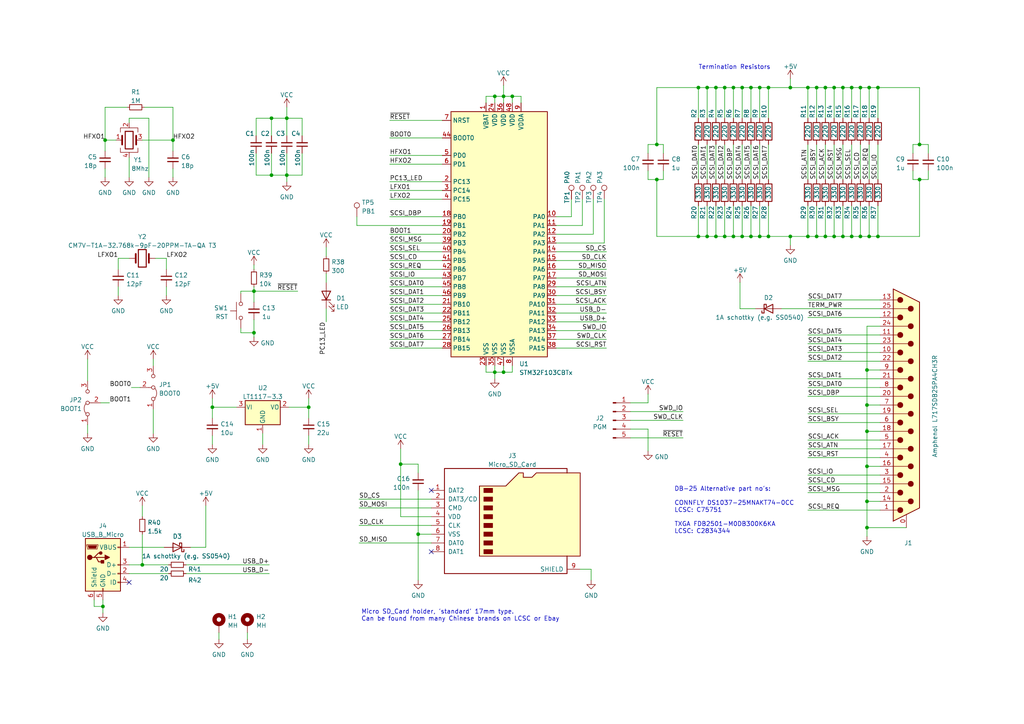
<source format=kicad_sch>
(kicad_sch (version 20211123) (generator eeschema)
  (paper "A4")
  (junction (at 143.51 27.94))
  (junction (at 190.5 52.07))
  (junction (at 73.66 84.455))
  (junction (at 78.74 34.29))
  (junction (at 210.185 68.58))
  (junction (at 244.475 25.4))
  (junction (at 252.095 68.58))
  (junction (at 247.015 68.58))
  (junction (at 146.05 27.94))
  (junction (at 234.315 68.58))
  (junction (at 205.105 68.58))
  (junction (at 251.46 107.315))
  (junction (at 251.46 153.035))
  (junction (at 266.7 41.91))
  (junction (at 254.635 68.58))
  (junction (at 234.315 25.4))
  (junction (at 89.535 118.11))
  (junction (at 236.855 25.4))
  (junction (at 83.185 50.8))
  (junction (at 41.275 163.83))
  (junction (at 29.845 175.895))
  (junction (at 229.235 68.58))
  (junction (at 73.66 96.52))
  (junction (at 207.645 25.4))
  (junction (at 251.46 145.415))
  (junction (at 78.74 50.8))
  (junction (at 121.285 154.94))
  (junction (at 220.345 68.58))
  (junction (at 202.565 68.58))
  (junction (at 50.165 40.64))
  (junction (at 251.46 135.255))
  (junction (at 241.935 68.58))
  (junction (at 236.855 68.58))
  (junction (at 83.185 34.29))
  (junction (at 215.265 68.58))
  (junction (at 212.725 68.58))
  (junction (at 239.395 25.4))
  (junction (at 239.395 68.58))
  (junction (at 251.46 125.095))
  (junction (at 61.595 118.11))
  (junction (at 249.555 25.4))
  (junction (at 229.235 25.4))
  (junction (at 241.935 25.4))
  (junction (at 146.05 107.95))
  (junction (at 222.885 25.4))
  (junction (at 244.475 68.58))
  (junction (at 217.805 25.4))
  (junction (at 210.185 25.4))
  (junction (at 148.59 27.94))
  (junction (at 215.265 25.4))
  (junction (at 222.885 68.58))
  (junction (at 212.725 25.4))
  (junction (at 217.805 68.58))
  (junction (at 116.205 134.62))
  (junction (at 202.565 25.4))
  (junction (at 249.555 68.58))
  (junction (at 143.51 107.95))
  (junction (at 220.345 25.4))
  (junction (at 252.095 25.4))
  (junction (at 207.645 68.58))
  (junction (at 30.48 40.64))
  (junction (at 190.5 41.91))
  (junction (at 251.46 117.475))
  (junction (at 266.7 52.07))
  (junction (at 205.105 25.4))
  (junction (at 254.635 25.4))
  (junction (at 247.015 25.4))
  (no_connect (at 125.095 142.24))
  (no_connect (at 125.095 160.02))
  (no_connect (at 37.465 168.91))
  (wire (pts (xy 251.46 153.035) (xy 251.46 145.415)))
  (wire (pts (xy 264.795 52.07) (xy 264.795 49.53)))
  (wire (pts (xy 182.88 124.46) (xy 187.96 124.46)))
  (wire (pts (xy 187.96 44.45) (xy 187.96 41.91)))
  (wire (pts (xy 128.27 95.885) (xy 113.03 95.885)))
  (wire (pts (xy 73.66 84.455) (xy 69.85 84.455)))
  (wire (pts (xy 251.46 125.095) (xy 251.46 135.255)))
  (wire (pts (xy 171.45 165.1) (xy 168.275 165.1)))
  (wire (pts (xy 25.4 123.19) (xy 25.4 125.73)))
  (wire (pts (xy 148.59 27.94) (xy 146.05 27.94)))
  (wire (pts (xy 121.285 154.94) (xy 121.285 168.275)))
  (wire (pts (xy 251.46 135.255) (xy 251.46 145.415)))
  (wire (pts (xy 50.165 31.115) (xy 50.165 40.64)))
  (wire (pts (xy 61.595 115.57) (xy 61.595 118.11)))
  (wire (pts (xy 249.555 68.58) (xy 249.555 59.69)))
  (wire (pts (xy 73.66 83.185) (xy 73.66 84.455)))
  (wire (pts (xy 89.535 118.11) (xy 89.535 121.285)))
  (wire (pts (xy 87.63 34.29) (xy 87.63 39.37)))
  (wire (pts (xy 244.475 68.58) (xy 247.015 68.58)))
  (wire (pts (xy 222.885 68.58) (xy 229.235 68.58)))
  (wire (pts (xy 244.475 25.4) (xy 244.475 34.29)))
  (wire (pts (xy 161.29 62.865) (xy 165.735 62.865)))
  (wire (pts (xy 255.27 117.475) (xy 251.46 117.475)))
  (wire (pts (xy 236.855 68.58) (xy 236.855 59.69)))
  (wire (pts (xy 241.935 25.4) (xy 244.475 25.4)))
  (wire (pts (xy 41.275 163.83) (xy 41.275 154.94)))
  (wire (pts (xy 249.555 41.91) (xy 249.555 52.07)))
  (wire (pts (xy 212.725 68.58) (xy 212.725 59.69)))
  (wire (pts (xy 83.185 50.8) (xy 83.185 52.705)))
  (wire (pts (xy 61.595 118.11) (xy 68.58 118.11)))
  (wire (pts (xy 128.27 90.805) (xy 113.03 90.805)))
  (wire (pts (xy 255.27 109.855) (xy 234.315 109.855)))
  (wire (pts (xy 252.095 68.58) (xy 254.635 68.58)))
  (wire (pts (xy 94.615 71.755) (xy 94.615 74.295)))
  (wire (pts (xy 210.185 68.58) (xy 210.185 59.69)))
  (wire (pts (xy 255.27 142.875) (xy 234.315 142.875)))
  (wire (pts (xy 113.03 57.785) (xy 128.27 57.785)))
  (wire (pts (xy 205.105 68.58) (xy 205.105 59.69)))
  (wire (pts (xy 161.29 67.945) (xy 172.085 67.945)))
  (wire (pts (xy 202.565 25.4) (xy 202.565 34.29)))
  (wire (pts (xy 266.7 68.58) (xy 254.635 68.58)))
  (wire (pts (xy 249.555 25.4) (xy 249.555 34.29)))
  (wire (pts (xy 175.26 70.485) (xy 175.26 57.785)))
  (wire (pts (xy 244.475 25.4) (xy 247.015 25.4)))
  (wire (pts (xy 161.29 73.025) (xy 175.895 73.025)))
  (wire (pts (xy 128.27 75.565) (xy 113.03 75.565)))
  (wire (pts (xy 41.275 40.64) (xy 50.165 40.64)))
  (wire (pts (xy 229.235 25.4) (xy 234.315 25.4)))
  (wire (pts (xy 140.97 107.95) (xy 143.51 107.95)))
  (wire (pts (xy 161.29 75.565) (xy 175.895 75.565)))
  (wire (pts (xy 83.185 34.29) (xy 87.63 34.29)))
  (wire (pts (xy 74.295 34.29) (xy 78.74 34.29)))
  (wire (pts (xy 37.465 163.83) (xy 41.275 163.83)))
  (wire (pts (xy 255.27 97.155) (xy 234.315 97.155)))
  (wire (pts (xy 239.395 25.4) (xy 241.935 25.4)))
  (wire (pts (xy 266.7 52.07) (xy 266.7 68.58)))
  (wire (pts (xy 73.66 76.835) (xy 73.66 78.105)))
  (wire (pts (xy 192.405 52.07) (xy 192.405 49.53)))
  (wire (pts (xy 128.27 93.345) (xy 113.03 93.345)))
  (wire (pts (xy 44.45 104.14) (xy 44.45 106.045)))
  (wire (pts (xy 239.395 68.58) (xy 239.395 59.69)))
  (wire (pts (xy 212.725 68.58) (xy 215.265 68.58)))
  (wire (pts (xy 210.185 25.4) (xy 210.185 34.29)))
  (wire (pts (xy 212.725 41.91) (xy 212.725 52.07)))
  (wire (pts (xy 128.27 73.025) (xy 113.03 73.025)))
  (wire (pts (xy 161.29 98.425) (xy 175.895 98.425)))
  (wire (pts (xy 61.595 126.365) (xy 61.595 128.905)))
  (wire (pts (xy 234.315 25.4) (xy 234.315 34.29)))
  (wire (pts (xy 73.66 96.52) (xy 73.66 97.79)))
  (wire (pts (xy 210.185 25.4) (xy 212.725 25.4)))
  (wire (pts (xy 190.5 68.58) (xy 202.565 68.58)))
  (wire (pts (xy 113.03 52.705) (xy 128.27 52.705)))
  (wire (pts (xy 202.565 41.91) (xy 202.565 52.07)))
  (wire (pts (xy 252.095 25.4) (xy 254.635 25.4)))
  (wire (pts (xy 220.345 25.4) (xy 222.885 25.4)))
  (wire (pts (xy 255.27 135.255) (xy 251.46 135.255)))
  (wire (pts (xy 264.795 41.91) (xy 264.795 44.45)))
  (wire (pts (xy 190.5 52.07) (xy 190.5 68.58)))
  (wire (pts (xy 146.05 107.95) (xy 148.59 107.95)))
  (wire (pts (xy 151.13 29.845) (xy 151.13 27.94)))
  (wire (pts (xy 121.285 137.16) (xy 121.285 134.62)))
  (wire (pts (xy 76.2 125.73) (xy 76.2 128.905)))
  (wire (pts (xy 27.305 173.99) (xy 27.305 175.895)))
  (wire (pts (xy 207.645 25.4) (xy 210.185 25.4)))
  (wire (pts (xy 104.14 152.4) (xy 125.095 152.4)))
  (wire (pts (xy 78.74 34.29) (xy 78.74 39.37)))
  (wire (pts (xy 217.805 68.58) (xy 220.345 68.58)))
  (wire (pts (xy 78.74 44.45) (xy 78.74 50.8)))
  (wire (pts (xy 113.03 45.085) (xy 128.27 45.085)))
  (wire (pts (xy 146.05 107.95) (xy 146.05 106.045)))
  (wire (pts (xy 255.27 132.715) (xy 234.315 132.715)))
  (wire (pts (xy 255.27 130.175) (xy 234.315 130.175)))
  (wire (pts (xy 254.635 41.91) (xy 254.635 52.07)))
  (wire (pts (xy 212.725 25.4) (xy 212.725 34.29)))
  (wire (pts (xy 220.345 68.58) (xy 222.885 68.58)))
  (wire (pts (xy 89.535 118.11) (xy 89.535 115.57)))
  (wire (pts (xy 104.14 144.78) (xy 125.095 144.78)))
  (wire (pts (xy 121.285 134.62) (xy 116.205 134.62)))
  (wire (pts (xy 71.755 183.515) (xy 71.755 185.42)))
  (wire (pts (xy 74.295 39.37) (xy 74.295 34.29)))
  (wire (pts (xy 27.305 175.895) (xy 29.845 175.895)))
  (wire (pts (xy 83.82 118.11) (xy 89.535 118.11)))
  (wire (pts (xy 215.265 25.4) (xy 215.265 34.29)))
  (wire (pts (xy 55.245 158.75) (xy 59.69 158.75)))
  (wire (pts (xy 187.96 52.07) (xy 190.5 52.07)))
  (wire (pts (xy 244.475 41.91) (xy 244.475 52.07)))
  (wire (pts (xy 37.465 35.56) (xy 37.465 34.29)))
  (wire (pts (xy 269.24 41.91) (xy 266.7 41.91)))
  (wire (pts (xy 148.59 27.94) (xy 148.59 29.845)))
  (wire (pts (xy 182.88 121.92) (xy 198.12 121.92)))
  (wire (pts (xy 83.185 34.29) (xy 83.185 39.37)))
  (wire (pts (xy 255.27 104.775) (xy 234.315 104.775)))
  (wire (pts (xy 161.29 80.645) (xy 175.895 80.645)))
  (wire (pts (xy 103.505 65.405) (xy 103.505 62.865)))
  (wire (pts (xy 255.27 147.955) (xy 234.315 147.955)))
  (wire (pts (xy 113.03 55.245) (xy 128.27 55.245)))
  (wire (pts (xy 251.46 117.475) (xy 251.46 125.095)))
  (wire (pts (xy 128.27 62.865) (xy 113.03 62.865)))
  (wire (pts (xy 146.05 27.94) (xy 146.05 29.845)))
  (wire (pts (xy 146.05 24.765) (xy 146.05 27.94)))
  (wire (pts (xy 215.265 41.91) (xy 215.265 52.07)))
  (wire (pts (xy 190.5 25.4) (xy 202.565 25.4)))
  (wire (pts (xy 217.805 25.4) (xy 217.805 34.29)))
  (wire (pts (xy 172.085 67.945) (xy 172.085 57.785)))
  (wire (pts (xy 161.29 95.885) (xy 175.895 95.885)))
  (wire (pts (xy 30.48 48.895) (xy 30.48 51.435)))
  (wire (pts (xy 44.45 118.745) (xy 44.45 125.73)))
  (wire (pts (xy 161.29 93.345) (xy 175.895 93.345)))
  (wire (pts (xy 239.395 68.58) (xy 241.935 68.58)))
  (wire (pts (xy 37.465 34.29) (xy 43.18 34.29)))
  (wire (pts (xy 215.265 25.4) (xy 217.805 25.4)))
  (wire (pts (xy 222.885 41.91) (xy 222.885 52.07)))
  (wire (pts (xy 87.63 50.8) (xy 87.63 44.45)))
  (wire (pts (xy 215.265 68.58) (xy 215.265 59.69)))
  (wire (pts (xy 182.88 119.38) (xy 198.12 119.38)))
  (wire (pts (xy 247.015 68.58) (xy 247.015 59.69)))
  (wire (pts (xy 182.88 127) (xy 198.12 127)))
  (wire (pts (xy 255.27 92.075) (xy 234.315 92.075)))
  (wire (pts (xy 143.51 107.95) (xy 146.05 107.95)))
  (wire (pts (xy 255.27 112.395) (xy 234.315 112.395)))
  (wire (pts (xy 236.855 25.4) (xy 239.395 25.4)))
  (wire (pts (xy 53.975 166.37) (xy 78.105 166.37)))
  (wire (pts (xy 217.805 68.58) (xy 217.805 59.69)))
  (wire (pts (xy 128.27 85.725) (xy 113.03 85.725)))
  (wire (pts (xy 266.7 25.4) (xy 254.635 25.4)))
  (wire (pts (xy 251.46 94.615) (xy 251.46 107.315)))
  (wire (pts (xy 140.97 106.045) (xy 140.97 107.95)))
  (wire (pts (xy 161.29 83.185) (xy 175.895 83.185)))
  (wire (pts (xy 41.275 149.86) (xy 41.275 146.685)))
  (wire (pts (xy 69.85 95.25) (xy 69.85 96.52)))
  (wire (pts (xy 161.29 70.485) (xy 175.26 70.485)))
  (wire (pts (xy 190.5 41.91) (xy 190.5 25.4)))
  (wire (pts (xy 222.885 68.58) (xy 222.885 59.69)))
  (wire (pts (xy 59.69 146.685) (xy 59.69 158.75)))
  (wire (pts (xy 63.5 183.515) (xy 63.5 185.42)))
  (wire (pts (xy 143.51 27.94) (xy 140.97 27.94)))
  (wire (pts (xy 241.935 68.58) (xy 244.475 68.58)))
  (wire (pts (xy 78.74 50.8) (xy 83.185 50.8)))
  (wire (pts (xy 234.315 68.58) (xy 234.315 59.69)))
  (wire (pts (xy 217.805 41.91) (xy 217.805 52.07)))
  (wire (pts (xy 255.27 114.935) (xy 234.315 114.935)))
  (wire (pts (xy 239.395 25.4) (xy 239.395 34.29)))
  (wire (pts (xy 128.27 98.425) (xy 113.03 98.425)))
  (wire (pts (xy 161.29 90.805) (xy 175.895 90.805)))
  (wire (pts (xy 94.615 79.375) (xy 94.615 81.915)))
  (wire (pts (xy 187.96 41.91) (xy 190.5 41.91)))
  (wire (pts (xy 161.29 65.405) (xy 168.91 65.405)))
  (wire (pts (xy 255.27 127.635) (xy 234.315 127.635)))
  (wire (pts (xy 113.03 67.945) (xy 128.27 67.945)))
  (wire (pts (xy 83.185 31.115) (xy 83.185 34.29)))
  (wire (pts (xy 151.13 27.94) (xy 148.59 27.94)))
  (wire (pts (xy 251.46 107.315) (xy 251.46 117.475)))
  (wire (pts (xy 48.26 74.93) (xy 48.26 78.105)))
  (wire (pts (xy 128.27 70.485) (xy 113.03 70.485)))
  (wire (pts (xy 116.205 134.62) (xy 116.205 149.86)))
  (wire (pts (xy 255.27 99.695) (xy 234.315 99.695)))
  (wire (pts (xy 234.315 25.4) (xy 236.855 25.4)))
  (wire (pts (xy 143.51 107.95) (xy 143.51 109.855)))
  (wire (pts (xy 247.015 68.58) (xy 249.555 68.58)))
  (wire (pts (xy 251.46 153.035) (xy 251.46 155.575)))
  (wire (pts (xy 214.63 81.915) (xy 214.63 89.535)))
  (wire (pts (xy 94.615 89.535) (xy 94.615 93.345)))
  (wire (pts (xy 255.27 145.415) (xy 251.46 145.415)))
  (wire (pts (xy 29.845 175.895) (xy 29.845 177.8)))
  (wire (pts (xy 229.235 68.58) (xy 229.235 71.12)))
  (wire (pts (xy 234.315 41.91) (xy 234.315 52.07)))
  (wire (pts (xy 266.7 52.07) (xy 264.795 52.07)))
  (wire (pts (xy 187.96 49.53) (xy 187.96 52.07)))
  (wire (pts (xy 113.03 40.005) (xy 128.27 40.005)))
  (wire (pts (xy 249.555 68.58) (xy 252.095 68.58)))
  (wire (pts (xy 187.96 116.84) (xy 187.96 114.3)))
  (wire (pts (xy 34.29 74.93) (xy 34.29 78.105)))
  (wire (pts (xy 269.24 52.07) (xy 266.7 52.07)))
  (wire (pts (xy 116.205 130.175) (xy 116.205 134.62)))
  (wire (pts (xy 143.51 27.94) (xy 143.51 29.845)))
  (wire (pts (xy 165.735 62.865) (xy 165.735 57.785)))
  (wire (pts (xy 125.095 149.86) (xy 116.205 149.86)))
  (wire (pts (xy 249.555 25.4) (xy 252.095 25.4)))
  (wire (pts (xy 247.015 41.91) (xy 247.015 52.07)))
  (wire (pts (xy 212.725 25.4) (xy 215.265 25.4)))
  (wire (pts (xy 73.66 87.63) (xy 73.66 84.455)))
  (wire (pts (xy 266.7 41.91) (xy 264.795 41.91)))
  (wire (pts (xy 236.855 68.58) (xy 239.395 68.58)))
  (wire (pts (xy 37.465 166.37) (xy 48.895 166.37)))
  (wire (pts (xy 215.265 68.58) (xy 217.805 68.58)))
  (wire (pts (xy 73.66 84.455) (xy 86.36 84.455)))
  (wire (pts (xy 61.595 118.11) (xy 61.595 121.285)))
  (wire (pts (xy 205.105 25.4) (xy 207.645 25.4)))
  (wire (pts (xy 148.59 107.95) (xy 148.59 106.045)))
  (wire (pts (xy 219.075 89.535) (xy 214.63 89.535)))
  (wire (pts (xy 241.935 68.58) (xy 241.935 59.69)))
  (wire (pts (xy 220.345 41.91) (xy 220.345 52.07)))
  (wire (pts (xy 255.27 86.995) (xy 234.315 86.995)))
  (wire (pts (xy 202.565 25.4) (xy 205.105 25.4)))
  (wire (pts (xy 241.935 41.91) (xy 241.935 52.07)))
  (wire (pts (xy 33.655 40.64) (xy 30.48 40.64)))
  (wire (pts (xy 48.26 83.185) (xy 48.26 85.725)))
  (wire (pts (xy 36.83 31.115) (xy 30.48 31.115)))
  (wire (pts (xy 247.015 25.4) (xy 249.555 25.4)))
  (wire (pts (xy 207.645 41.91) (xy 207.645 52.07)))
  (wire (pts (xy 236.855 25.4) (xy 236.855 34.29)))
  (wire (pts (xy 89.535 126.365) (xy 89.535 128.905)))
  (wire (pts (xy 205.105 68.58) (xy 207.645 68.58)))
  (wire (pts (xy 30.48 31.115) (xy 30.48 40.64)))
  (wire (pts (xy 207.645 25.4) (xy 207.645 34.29)))
  (wire (pts (xy 220.345 68.58) (xy 220.345 59.69)))
  (wire (pts (xy 190.5 52.07) (xy 192.405 52.07)))
  (wire (pts (xy 161.29 100.965) (xy 175.895 100.965)))
  (wire (pts (xy 222.885 25.4) (xy 222.885 34.29)))
  (wire (pts (xy 252.095 41.91) (xy 252.095 52.07)))
  (wire (pts (xy 241.935 25.4) (xy 241.935 34.29)))
  (wire (pts (xy 128.27 88.265) (xy 113.03 88.265)))
  (wire (pts (xy 255.27 140.335) (xy 234.315 140.335)))
  (wire (pts (xy 29.21 116.84) (xy 31.75 116.84)))
  (wire (pts (xy 252.095 25.4) (xy 252.095 34.29)))
  (wire (pts (xy 128.27 78.105) (xy 113.03 78.105)))
  (wire (pts (xy 205.105 25.4) (xy 205.105 34.29)))
  (wire (pts (xy 125.095 154.94) (xy 121.285 154.94)))
  (wire (pts (xy 50.165 40.64) (xy 50.165 43.815)))
  (wire (pts (xy 255.27 125.095) (xy 251.46 125.095)))
  (wire (pts (xy 217.805 25.4) (xy 220.345 25.4)))
  (wire (pts (xy 269.24 44.45) (xy 269.24 41.91)))
  (wire (pts (xy 192.405 41.91) (xy 192.405 44.45)))
  (wire (pts (xy 255.27 94.615) (xy 251.46 94.615)))
  (wire (pts (xy 266.7 41.91) (xy 266.7 25.4)))
  (wire (pts (xy 41.275 163.83) (xy 48.895 163.83)))
  (wire (pts (xy 30.48 40.64) (xy 30.48 43.815)))
  (wire (pts (xy 229.235 22.86) (xy 229.235 25.4)))
  (wire (pts (xy 207.645 68.58) (xy 210.185 68.58)))
  (wire (pts (xy 83.185 44.45) (xy 83.185 50.8)))
  (wire (pts (xy 73.66 92.71) (xy 73.66 96.52)))
  (wire (pts (xy 161.29 78.105) (xy 175.895 78.105)))
  (wire (pts (xy 207.645 68.58) (xy 207.645 59.69)))
  (wire (pts (xy 252.095 68.58) (xy 252.095 59.69)))
  (wire (pts (xy 104.14 157.48) (xy 125.095 157.48)))
  (wire (pts (xy 29.845 173.99) (xy 29.845 175.895)))
  (wire (pts (xy 37.465 158.75) (xy 47.625 158.75)))
  (wire (pts (xy 45.085 74.93) (xy 48.26 74.93)))
  (wire (pts (xy 161.29 88.265) (xy 175.895 88.265)))
  (wire (pts (xy 161.29 85.725) (xy 175.895 85.725)))
  (wire (pts (xy 53.975 163.83) (xy 78.105 163.83)))
  (wire (pts (xy 38.1 112.395) (xy 40.64 112.395)))
  (wire (pts (xy 74.295 44.45) (xy 74.295 50.8)))
  (wire (pts (xy 255.27 137.795) (xy 234.315 137.795)))
  (wire (pts (xy 255.27 122.555) (xy 234.315 122.555)))
  (wire (pts (xy 113.03 47.625) (xy 128.27 47.625)))
  (wire (pts (xy 262.89 153.035) (xy 251.46 153.035)))
  (wire (pts (xy 244.475 68.58) (xy 244.475 59.69)))
  (wire (pts (xy 121.285 142.24) (xy 121.285 154.94)))
  (wire (pts (xy 140.97 27.94) (xy 140.97 29.845)))
  (wire (pts (xy 37.465 74.93) (xy 34.29 74.93)))
  (wire (pts (xy 210.185 68.58) (xy 212.725 68.58)))
  (wire (pts (xy 205.105 41.91) (xy 205.105 52.07)))
  (wire (pts (xy 128.27 80.645) (xy 113.03 80.645)))
  (wire (pts (xy 254.635 68.58) (xy 254.635 59.69)))
  (wire (pts (xy 69.85 84.455) (xy 69.85 85.09)))
  (wire (pts (xy 128.27 100.965) (xy 113.03 100.965)))
  (wire (pts (xy 69.85 96.52) (xy 73.66 96.52)))
  (wire (pts (xy 78.74 34.29) (xy 83.185 34.29)))
  (wire (pts (xy 171.45 168.275) (xy 171.45 165.1)))
  (wire (pts (xy 255.27 120.015) (xy 234.315 120.015)))
  (wire (pts (xy 128.27 83.185) (xy 113.03 83.185)))
  (wire (pts (xy 103.505 65.405) (xy 128.27 65.405)))
  (wire (pts (xy 168.91 65.405) (xy 168.91 57.785)))
  (wire (pts (xy 34.29 83.185) (xy 34.29 85.725)))
  (wire (pts (xy 74.295 50.8) (xy 78.74 50.8)))
  (wire (pts (xy 146.05 27.94) (xy 143.51 27.94)))
  (wire (pts (xy 234.315 68.58) (xy 236.855 68.58)))
  (wire (pts (xy 255.27 89.535) (xy 226.695 89.535)))
  (wire (pts (xy 113.03 34.925) (xy 128.27 34.925)))
  (wire (pts (xy 190.5 41.91) (xy 192.405 41.91)))
  (wire (pts (xy 25.4 104.14) (xy 25.4 110.49)))
  (wire (pts (xy 43.18 34.29) (xy 43.18 51.435)))
  (wire (pts (xy 222.885 25.4) (xy 229.235 25.4)))
  (wire (pts (xy 50.165 48.895) (xy 50.165 51.435)))
  (wire (pts (xy 182.88 116.84) (xy 187.96 116.84)))
  (wire (pts (xy 239.395 41.91) (xy 239.395 52.07)))
  (wire (pts (xy 202.565 68.58) (xy 202.565 59.69)))
  (wire (pts (xy 254.635 25.4) (xy 254.635 34.29)))
  (wire (pts (xy 41.91 31.115) (xy 50.165 31.115)))
  (wire (pts (xy 104.14 147.32) (xy 125.095 147.32)))
  (wire (pts (xy 229.235 68.58) (xy 234.315 68.58)))
  (wire (pts (xy 37.465 45.72) (xy 37.465 51.435)))
  (wire (pts (xy 255.27 102.235) (xy 234.315 102.235)))
  (wire (pts (xy 143.51 106.045) (xy 143.51 107.95)))
  (wire (pts (xy 247.015 25.4) (xy 247.015 34.29)))
  (wire (pts (xy 202.565 68.58) (xy 205.105 68.58)))
  (wire (pts (xy 83.185 50.8) (xy 87.63 50.8)))
  (wire (pts (xy 210.185 41.91) (xy 210.185 52.07)))
  (wire (pts (xy 236.855 41.91) (xy 236.855 52.07)))
  (wire (pts (xy 269.24 49.53) (xy 269.24 52.07)))
  (wire (pts (xy 255.27 107.315) (xy 251.46 107.315)))
  (wire (pts (xy 187.96 124.46) (xy 187.96 130.81)))
  (wire (pts (xy 220.345 25.4) (xy 220.345 34.29)))
  (text "DB-25 Alternative part no's:\n\nCONNFLY DS1037-25MNAKT74-0CC\nLCSC: C75751\n\nTXGA FDB2501-M0DB300K6KA\nLCSC: C2834344" (at 195.58 154.94 0) (effects (font (size 1.27 1.27)) (justify left bottom)))
  (text "Micro SD_Card holder, 'standard' 17mm type.\nCan be found from many Chinese brands on LCSC or Ebay" (at 104.775 180.34 0) (effects (font (size 1.27 1.27)) (justify left bottom)))
  (text "Termination Resistors" (at 202.565 20.32 0) (effects (font (size 1.27 1.27)) (justify left bottom)))
  (label "SCSI_ACK" (at 239.395 52.07 90))
  (label "SWD_IO" (at 198.12 119.38 180))
  (label "PC13_LED" (at 113.03 52.705 0))
  (label "SCSI_ACK" (at 175.895 88.265 180))
  (label "SCSI_DAT2" (at 210.185 52.07 90))
  (label "SCSI_RST" (at 175.895 100.965 180))
  (label "SCSI_MSG" (at 234.315 142.875 0))
  (label "SCSI_BSY" (at 234.315 122.555 0))
  (label "SCSI_ACK" (at 234.315 127.635 0))
  (label "SWD_CLK" (at 175.895 98.425 180))
  (label "SCSI_DAT0" (at 113.03 83.185 0))
  (label "SCSI_DAT2" (at 234.315 104.775 0))
  (label "SCSI_RST" (at 234.315 132.715 0))
  (label "SCSI_DAT7" (at 234.315 86.995 0))
  (label "SCSI_DAT1" (at 113.03 85.725 0))
  (label "SCSI_ATN" (at 175.895 83.185 180))
  (label "SCSI_DBP" (at 113.03 62.865 0))
  (label "USB_D+" (at 78.105 163.83 180))
  (label "~{RESET}" (at 198.12 127 180))
  (label "SCSI_SEL" (at 234.315 120.015 0))
  (label "SD_MISO" (at 175.895 78.105 180))
  (label "SCSI_DAT2" (at 113.03 88.265 0))
  (label "SCSI_REQ" (at 234.315 147.955 0))
  (label "SCSI_DAT1" (at 205.105 52.07 90))
  (label "BOOT0" (at 113.03 40.005 0))
  (label "SCSI_DAT5" (at 217.805 52.07 90))
  (label "SCSI_SEL" (at 113.03 73.025 0))
  (label "SCSI_CD" (at 249.555 52.07 90))
  (label "SCSI_DAT3" (at 234.315 102.235 0))
  (label "SCSI_CD" (at 234.315 140.335 0))
  (label "BOOT1" (at 31.75 116.84 0))
  (label "SCSI_REQ" (at 252.095 52.07 90))
  (label "SCSI_DAT4" (at 234.315 99.695 0))
  (label "SCSI_DAT0" (at 234.315 112.395 0))
  (label "HFXO2" (at 113.03 47.625 0))
  (label "SCSI_MSG" (at 113.03 70.485 0))
  (label "SD_MOSI" (at 104.14 147.32 0))
  (label "SCSI_DAT5" (at 234.315 97.155 0))
  (label "TERM_PWR" (at 234.315 89.535 0))
  (label "SCSI_DAT5" (at 113.03 95.885 0))
  (label "SCSI_DAT1" (at 234.315 109.855 0))
  (label "SCSI_DAT3" (at 207.645 52.07 90))
  (label "BOOT0" (at 38.1 112.395 180))
  (label "SCSI_DAT4" (at 113.03 93.345 0))
  (label "SD_CS" (at 104.14 144.78 0))
  (label "SCSI_RST" (at 241.935 52.07 90))
  (label "SCSI_REQ" (at 113.03 78.105 0))
  (label "SCSI_CD" (at 113.03 75.565 0))
  (label "USB_D-" (at 175.895 90.805 180))
  (label "USB_D-" (at 78.105 166.37 180))
  (label "LFXO1" (at 34.29 74.93 180))
  (label "SCSI_DAT6" (at 113.03 98.425 0))
  (label "SCSI_SEL" (at 247.015 52.07 90))
  (label "SCSI_IO" (at 254.635 52.07 90))
  (label "SD_MISO" (at 104.14 157.48 0))
  (label "SD_CS" (at 175.895 73.025 180))
  (label "SWD_IO" (at 175.895 95.885 180))
  (label "USB_D+" (at 175.895 93.345 180))
  (label "SCSI_DAT4" (at 215.265 52.07 90))
  (label "SCSI_DAT6" (at 234.315 92.075 0))
  (label "SCSI_IO" (at 113.03 80.645 0))
  (label "SCSI_ATN" (at 234.315 52.07 90))
  (label "SD_MOSI" (at 175.895 80.645 180))
  (label "LFXO2" (at 113.03 57.785 0))
  (label "HFXO1" (at 113.03 45.085 0))
  (label "~{RESET}" (at 86.36 84.455 180))
  (label "BOOT1" (at 113.03 67.945 0))
  (label "SCSI_IO" (at 234.315 137.795 0))
  (label "SCSI_DBP" (at 212.725 52.07 90))
  (label "SCSI_BSY" (at 175.895 85.725 180))
  (label "SD_CLK" (at 104.14 152.4 0))
  (label "SCSI_DAT0" (at 202.565 52.07 90))
  (label "SCSI_DAT3" (at 113.03 90.805 0))
  (label "SCSI_DBP" (at 234.315 114.935 0))
  (label "SCSI_BSY" (at 236.855 52.07 90))
  (label "SCSI_MSG" (at 244.475 52.07 90))
  (label "LFXO1" (at 113.03 55.245 0))
  (label "~{RESET}" (at 113.03 34.925 0))
  (label "SCSI_DAT7" (at 222.885 52.07 90))
  (label "SCSI_DAT6" (at 220.345 52.07 90))
  (label "HFXO2" (at 50.165 40.64 0))
  (label "SCSI_DAT7" (at 113.03 100.965 0))
  (label "SCSI_ATN" (at 234.315 130.175 0))
  (label "PC13_LED" (at 94.615 93.345 270))
  (label "LFXO2" (at 48.26 74.93 0))
  (label "HFXO1" (at 30.48 40.64 180))
  (label "SWD_CLK" (at 198.12 121.92 180))
  (label "SD_CLK" (at 175.895 75.565 180))
  (symbol (lib_id "Device:R") (at 215.265 38.1 0) (unit 1)
    (property "Reference" "R7" (at 213.995 34.29 90) (effects (justify left)))
    (property "Value" "220" (at 215.265 38.1 90))
    (property "Footprint" "Resistor_SMD:R_0603_1608Metric" (effects hide))
  )
  (symbol (lib_id "Jumper:Jumper_3_Bridged12") (at 25.4 116.84 90) (unit 1)
    (property "Reference" "JP2" (at 23.7739 116.0053 90) (effects (justify left)))
    (property "Value" "BOOT1" (at 23.7739 118.5422 90) (effects (justify left)))
    (property "Footprint" "Jumper:SolderJumper-3_P1.3mm_Bridged12_Pad1.0x1.5mm" (effects hide))
  )
  (symbol (lib_id "power:GND") (at 229.235 71.12 0) (unit 1)
    (property "Reference" "#PWR09" (effects hide))
    (property "Value" "GND" (at 229.235 75.5634 0))
  )
  (symbol (lib_id "Device:C_Small") (at 74.295 41.91 180) (unit 1)
    (property "Reference" "C1" (at 71.12 38.735 0) (effects (justify right)))
    (property "Value" "100n" (at 73.025 48.26 90) (effects (justify right)))
    (property "Footprint" "Capacitor_SMD:C_0603_1608Metric" (effects hide))
  )
  (symbol (lib_id "Device:R") (at 239.395 55.88 0) (mirror x) (unit 1)
    (property "Reference" "R31" (at 238.125 59.69 90) (effects (justify left)))
    (property "Value" "330" (at 239.395 55.88 90))
    (property "Footprint" "Resistor_SMD:R_0603_1608Metric" (effects hide))
  )
  (symbol (lib_id "Device:R") (at 234.315 55.88 0) (mirror x) (unit 1)
    (property "Reference" "R29" (at 233.045 59.69 90) (effects (justify left)))
    (property "Value" "330" (at 234.315 55.88 90))
    (property "Footprint" "Resistor_SMD:R_0603_1608Metric" (effects hide))
  )
  (symbol (lib_id "Device:R_Small") (at 39.37 31.115 90) (unit 1)
    (property "Reference" "R1" (at 39.37 26.6786 90))
    (property "Value" "1M" (at 39.37 29.2155 90))
    (property "Footprint" "Resistor_SMD:R_0603_1608Metric" (effects hide))
  )
  (symbol (lib_id "Connector:Conn_01x05_Male") (at 177.8 121.92 0) (unit 1)
    (property "Reference" "J2" (at 173.99 121.285 0))
    (property "Value" "PGM" (at 173.99 123.825 0))
    (property "Footprint" "Connector_PinHeader_2.54mm:PinHeader_1x05_P2.54mm_Vertical" (effects hide))
  )
  (symbol (lib_id "Mechanical:MountingHole_Pad") (at 71.755 180.975 0) (unit 1)
    (property "Reference" "H2" (at 74.295 178.8703 0) (effects (justify left)))
    (property "Value" "MH" (at 74.295 181.4072 0) (effects (justify left)))
    (property "Footprint" "MountingHole:MountingHole_2.7mm_M2.5_ISO14580_Pad" (effects hide))
  )
  (symbol (lib_id "power:GND") (at 43.18 51.435 0) (unit 1)
    (property "Reference" "#PWR06" (effects hide))
    (property "Value" "GND" (at 43.18 55.8784 0))
  )
  (symbol (lib_id "Device:R") (at 249.555 38.1 0) (unit 1)
    (property "Reference" "R17" (at 248.285 34.29 90) (effects (justify left)))
    (property "Value" "220" (at 249.555 38.1 90))
    (property "Footprint" "Resistor_SMD:R_0603_1608Metric" (effects hide))
  )
  (symbol (lib_id "Device:LED") (at 94.615 85.725 90) (unit 1)
    (property "Reference" "D1" (at 97.536 86.4778 90) (effects (justify right)))
    (property "Value" "LED" (at 97.536 89.0147 90) (effects (justify right)))
    (property "Footprint" "LED_SMD:LED_0603_1608Metric_Pad1.05x0.95mm_HandSolder" (effects hide))
  )
  (symbol (lib_id "Device:C_Small") (at 87.63 41.91 180) (unit 1)
    (property "Reference" "C4" (at 84.455 38.735 0) (effects (justify right)))
    (property "Value" "100n" (at 86.36 48.26 90) (effects (justify right)))
    (property "Footprint" "Capacitor_SMD:C_0603_1608Metric" (effects hide))
  )
  (symbol (lib_id "Device:R") (at 247.015 55.88 0) (mirror x) (unit 1)
    (property "Reference" "R34" (at 245.745 59.69 90) (effects (justify left)))
    (property "Value" "330" (at 247.015 55.88 90))
    (property "Footprint" "Resistor_SMD:R_0603_1608Metric" (effects hide))
  )
  (symbol (lib_id "Connector:TestPoint") (at 165.735 57.785 0) (unit 1)
    (property "Reference" "TP1" (at 164.465 59.055 90) (effects (justify left)))
    (property "Value" "PA0" (at 164.465 53.34 90) (effects (justify left)))
    (property "Footprint" "TestPoint:TestPoint_Pad_D1.5mm" (effects hide))
  )
  (symbol (lib_id "power:+5V") (at 59.69 146.685 0) (unit 1)
    (property "Reference" "#PWR030" (effects hide))
    (property "Value" "+5V" (at 59.69 143.1092 0))
  )
  (symbol (lib_id "Device:R") (at 215.265 55.88 0) (mirror x) (unit 1)
    (property "Reference" "R25" (at 213.995 59.69 90) (effects (justify left)))
    (property "Value" "330" (at 215.265 55.88 90))
    (property "Footprint" "Resistor_SMD:R_0603_1608Metric" (effects hide))
  )
  (symbol (lib_id "power:VCC") (at 83.185 31.115 0) (unit 1)
    (property "Reference" "#PWR03" (effects hide))
    (property "Value" "VCC" (at 83.185 27.5392 0))
  )
  (symbol (lib_id "Device:R") (at 239.395 38.1 0) (unit 1)
    (property "Reference" "R13" (at 238.125 34.29 90) (effects (justify left)))
    (property "Value" "220" (at 239.395 38.1 90))
    (property "Footprint" "Resistor_SMD:R_0603_1608Metric" (effects hide))
  )
  (symbol (lib_id "Device:R") (at 220.345 55.88 0) (mirror x) (unit 1)
    (property "Reference" "R27" (at 219.075 59.69 90) (effects (justify left)))
    (property "Value" "330" (at 220.345 55.88 90))
    (property "Footprint" "Resistor_SMD:R_0603_1608Metric" (effects hide))
  )
  (symbol (lib_id "Device:R") (at 241.935 55.88 0) (mirror x) (unit 1)
    (property "Reference" "R32" (at 240.665 59.69 90) (effects (justify left)))
    (property "Value" "330" (at 241.935 55.88 90))
    (property "Footprint" "Resistor_SMD:R_0603_1608Metric" (effects hide))
  )
  (symbol (lib_id "power:GND") (at 48.26 85.725 0) (unit 1)
    (property "Reference" "#PWR014" (effects hide))
    (property "Value" "GND" (at 48.26 90.1684 0))
  )
  (symbol (lib_id "Device:Crystal_GND24") (at 37.465 40.64 0) (unit 1)
    (property "Reference" "Y1" (at 38.735 46.355 0) (effects (justify left)))
    (property "Value" "8Mhz" (at 38.1 48.895 0) (effects (justify left)))
    (property "Footprint" "Crystal:Crystal_SMD_3225-4Pin_3.2x2.5mm" (effects hide))
  )
  (symbol (lib_id "power:VCC") (at 41.275 146.685 0) (unit 1)
    (property "Reference" "#PWR029" (effects hide))
    (property "Value" "VCC" (at 41.275 143.1092 0))
  )
  (symbol (lib_id "Device:R") (at 252.095 55.88 0) (mirror x) (unit 1)
    (property "Reference" "R36" (at 250.825 59.69 90) (effects (justify left)))
    (property "Value" "330" (at 252.095 55.88 90))
    (property "Footprint" "Resistor_SMD:R_0603_1608Metric" (effects hide))
  )
  (symbol (lib_id "Device:R") (at 210.185 55.88 0) (mirror x) (unit 1)
    (property "Reference" "R23" (at 208.915 59.69 90) (effects (justify left)))
    (property "Value" "330" (at 210.185 55.88 90))
    (property "Footprint" "Resistor_SMD:R_0603_1608Metric" (effects hide))
  )
  (symbol (lib_id "power:GND") (at 71.755 185.42 0) (unit 1)
    (property "Reference" "#PWR036" (effects hide))
    (property "Value" "GND" (at 71.755 189.8634 0))
  )
  (symbol (lib_id "Device:R") (at 212.725 55.88 0) (mirror x) (unit 1)
    (property "Reference" "R24" (at 211.455 59.69 90) (effects (justify left)))
    (property "Value" "330" (at 212.725 55.88 90))
    (property "Footprint" "Resistor_SMD:R_0603_1608Metric" (effects hide))
  )
  (symbol (lib_id "power:GND") (at 25.4 125.73 0) (unit 1)
    (property "Reference" "#PWR022" (effects hide))
    (property "Value" "GND" (at 25.4 130.1734 0))
  )
  (symbol (lib_id "Device:R") (at 212.725 38.1 0) (unit 1)
    (property "Reference" "R6" (at 211.455 34.29 90) (effects (justify left)))
    (property "Value" "220" (at 212.725 38.1 90))
    (property "Footprint" "Resistor_SMD:R_0603_1608Metric" (effects hide))
  )
  (symbol (lib_id "Device:R") (at 205.105 38.1 0) (unit 1)
    (property "Reference" "R3" (at 203.835 34.29 90) (effects (justify left)))
    (property "Value" "220" (at 205.105 38.1 90))
    (property "Footprint" "Resistor_SMD:R_0603_1608Metric" (effects hide))
  )
  (symbol (lib_id "Device:R") (at 241.935 38.1 0) (unit 1)
    (property "Reference" "R14" (at 240.665 34.29 90) (effects (justify left)))
    (property "Value" "220" (at 241.935 38.1 90))
    (property "Footprint" "Resistor_SMD:R_0603_1608Metric" (effects hide))
  )
  (symbol (lib_id "Device:R") (at 247.015 38.1 0) (unit 1)
    (property "Reference" "R16" (at 245.745 34.29 90) (effects (justify left)))
    (property "Value" "220" (at 247.015 38.1 90))
    (property "Footprint" "Resistor_SMD:R_0603_1608Metric" (effects hide))
  )
  (symbol (lib_id "Device:R") (at 217.805 38.1 0) (unit 1)
    (property "Reference" "R8" (at 216.535 34.29 90) (effects (justify left)))
    (property "Value" "220" (at 217.805 38.1 90))
    (property "Footprint" "Resistor_SMD:R_0603_1608Metric" (effects hide))
  )
  (symbol (lib_id "power:GND") (at 171.45 168.275 0) (unit 1)
    (property "Reference" "#PWR033" (effects hide))
    (property "Value" "GND" (at 171.45 172.7184 0))
  )
  (symbol (lib_id "Device:C_Small") (at 89.535 123.825 0) (unit 1)
    (property "Reference" "C15" (at 91.8591 122.9966 0) (effects (justify left)))
    (property "Value" "22u" (at 91.8591 125.5335 0) (effects (justify left)))
    (property "Footprint" "Capacitor_SMD:C_0805_2012Metric" (effects hide))
  )
  (symbol (lib_id "MCU_ST_STM32F1:STM32F103CBTx") (at 146.05 67.945 0) (unit 1)
    (property "Reference" "U1" (at 150.6094 105.5354 0) (effects (justify left)))
    (property "Value" "STM32F103CBTx" (at 150.6094 108.0723 0) (effects (justify left)))
    (property "Footprint" "Package_QFP:LQFP-48_7x7mm_P0.5mm" (effects hide))
    (property "Datasheet" "http://www.st.com/st-web-ui/static/active/en/resource/technical/document/datasheet/CD00161566.pdf" (effects hide))
  )
  (symbol (lib_id "Device:R") (at 210.185 38.1 0) (unit 1)
    (property "Reference" "R5" (at 208.915 34.29 90) (effects (justify left)))
    (property "Value" "220" (at 210.185 38.1 90))
    (property "Footprint" "Resistor_SMD:R_0603_1608Metric" (effects hide))
  )
  (symbol (lib_id "Device:R") (at 217.805 55.88 0) (mirror x) (unit 1)
    (property "Reference" "R26" (at 216.535 59.69 90) (effects (justify left)))
    (property "Value" "330" (at 217.805 55.88 90))
    (property "Footprint" "Resistor_SMD:R_0603_1608Metric" (effects hide))
  )
  (symbol (lib_id "Device:R") (at 207.645 55.88 0) (mirror x) (unit 1)
    (property "Reference" "R22" (at 206.375 59.69 90) (effects (justify left)))
    (property "Value" "330" (at 207.645 55.88 90))
    (property "Footprint" "Resistor_SMD:R_0603_1608Metric" (effects hide))
  )
  (symbol (lib_id "Device:C_Small") (at 121.285 139.7 0) (mirror x) (unit 1)
    (property "Reference" "C16" (at 118.9609 138.8589 0) (effects (justify right)))
    (property "Value" "100n" (at 118.9609 141.3958 0) (effects (justify right)))
    (property "Footprint" "Capacitor_SMD:C_0603_1608Metric" (effects hide))
  )
  (symbol (lib_id "Device:R_Small") (at 51.435 166.37 90) (unit 1)
    (property "Reference" "R42" (at 56.515 168.275 90))
    (property "Value" "20" (at 47.625 167.64 90))
    (property "Footprint" "Resistor_SMD:R_0603_1608Metric" (effects hide))
  )
  (symbol (lib_id "Device:R_Small") (at 51.435 163.83 90) (unit 1)
    (property "Reference" "R41" (at 56.515 165.1 90))
    (property "Value" "20" (at 47.625 165.1 90))
    (property "Footprint" "Resistor_SMD:R_0603_1608Metric" (effects hide))
  )
  (symbol (lib_id "Device:R") (at 220.345 38.1 0) (unit 1)
    (property "Reference" "R9" (at 219.075 34.29 90) (effects (justify left)))
    (property "Value" "220" (at 220.345 38.1 90))
    (property "Footprint" "Resistor_SMD:R_0603_1608Metric" (effects hide))
  )
  (symbol (lib_id "Device:D_Schottky") (at 51.435 158.75 180) (unit 1)
    (property "Reference" "D3" (at 51.435 155.575 0))
    (property "Value" "1A schottky (e.g. SS0540)" (at 53.975 161.29 0))
    (property "Footprint" "Diode_SMD:D_SOD-123" (effects hide))
  )
  (symbol (lib_id "Device:R") (at 222.885 55.88 0) (mirror x) (unit 1)
    (property "Reference" "R28" (at 221.615 59.69 90) (effects (justify left)))
    (property "Value" "330" (at 222.885 55.88 90))
    (property "Footprint" "Resistor_SMD:R_0603_1608Metric" (effects hide))
  )
  (symbol (lib_id "power:GND") (at 50.165 51.435 0) (unit 1)
    (property "Reference" "#PWR07" (effects hide))
    (property "Value" "GND" (at 50.165 55.8784 0))
  )
  (symbol (lib_id "power:GND") (at 121.285 168.275 0) (unit 1)
    (property "Reference" "#PWR032" (effects hide))
    (property "Value" "GND" (at 121.285 172.7184 0))
  )
  (symbol (lib_id "power:VCC") (at 89.535 115.57 0) (unit 1)
    (property "Reference" "#PWR021" (effects hide))
    (property "Value" "VCC" (at 89.535 111.9942 0))
  )
  (symbol (lib_id "power:GND") (at 29.845 177.8 0) (unit 1)
    (property "Reference" "#PWR034" (effects hide))
    (property "Value" "GND" (at 29.845 182.2434 0))
  )
  (symbol (lib_id "Connector:USB_B_Micro") (at 29.845 163.83 0) (unit 1)
    (property "Reference" "J4" (at 29.845 152.5102 0))
    (property "Value" "USB_B_Micro" (at 29.845 155.0471 0))
    (property "Footprint" "iotta_footprints:USB_Micro-B_2_Holes" (effects hide))
  )
  (symbol (lib_id "Device:R_Small") (at 41.275 152.4 0) (unit 1)
    (property "Reference" "R40" (at 42.7736 151.5653 0) (effects (justify left)))
    (property "Value" "1.5k" (at 42.7736 154.1022 0) (effects (justify left)))
    (property "Footprint" "Resistor_SMD:R_0603_1608Metric" (effects hide))
  )
  (symbol (lib_id "Device:R") (at 244.475 38.1 0) (unit 1)
    (property "Reference" "R15" (at 243.205 34.29 90) (effects (justify left)))
    (property "Value" "220" (at 244.475 38.1 90))
    (property "Footprint" "Resistor_SMD:R_0603_1608Metric" (effects hide))
  )
  (symbol (lib_id "power:GND") (at 61.595 128.905 0) (unit 1)
    (property "Reference" "#PWR025" (effects hide))
    (property "Value" "GND" (at 61.595 133.3484 0))
  )
  (symbol (lib_id "Regulator_Linear:LT1117-3.3") (at 76.2 118.11 0) (unit 1)
    (property "Reference" "U2" (at 76.2 112.5052 0))
    (property "Value" "LT1117-3.3" (at 76.2 115.0421 0))
    (property "Footprint" "Package_TO_SOT_SMD:SOT-223-3_TabPin2" (effects hide))
    (property "Datasheet" "https://www.analog.com/media/en/technical-documentation/data-sheets/1117fd.pdf" (effects hide))
  )
  (symbol (lib_id "Connector:TestPoint") (at 103.505 62.865 0) (unit 1)
    (property "Reference" "TP5" (at 104.902 58.7283 0) (effects (justify left)))
    (property "Value" "PB1" (at 104.902 61.2652 0) (effects (justify left)))
    (property "Footprint" "TestPoint:TestPoint_Pad_D1.5mm" (effects hide))
  )
  (symbol (lib_id "Device:C_Small") (at 192.405 46.99 0) (unit 1)
    (property "Reference" "C8" (at 194.7291 46.1616 0) (effects (justify left)))
    (property "Value" "1u" (at 194.7291 48.6985 0) (effects (justify left)))
    (property "Footprint" "Capacitor_SMD:C_0603_1608Metric" (effects hide))
  )
  (symbol (lib_id "Device:R") (at 222.885 38.1 0) (unit 1)
    (property "Reference" "R10" (at 221.615 34.29 90) (effects (justify left)))
    (property "Value" "220" (at 222.885 38.1 90))
    (property "Footprint" "Resistor_SMD:R_0603_1608Metric" (effects hide))
  )
  (symbol (lib_id "power:VCC") (at 116.205 130.175 0) (unit 1)
    (property "Reference" "#PWR028" (effects hide))
    (property "Value" "VCC" (at 116.205 126.5992 0))
  )
  (symbol (lib_id "power:+5V") (at 214.63 81.915 0) (mirror y) (unit 1)
    (property "Reference" "#PWR012" (effects hide))
    (property "Value" "+5V" (at 214.63 78.3392 0))
  )
  (symbol (lib_id "Device:C_Small") (at 48.26 80.645 0) (unit 1)
    (property "Reference" "C12" (at 50.5841 79.8166 0) (effects (justify left)))
    (property "Value" "12pF" (at 50.5841 82.3535 0) (effects (justify left)))
    (property "Footprint" "Capacitor_SMD:C_0603_1608Metric" (effects hide))
  )
  (symbol (lib_id "Device:C_Small") (at 78.74 41.91 180) (unit 1)
    (property "Reference" "C2" (at 75.565 38.735 0) (effects (justify right)))
    (property "Value" "100n" (at 77.47 48.26 90) (effects (justify right)))
    (property "Footprint" "Capacitor_SMD:C_0603_1608Metric" (effects hide))
  )
  (symbol (lib_id "Device:R") (at 254.635 55.88 0) (mirror x) (unit 1)
    (property "Reference" "R37" (at 253.365 59.69 90) (effects (justify left)))
    (property "Value" "330" (at 254.635 55.88 90))
    (property "Footprint" "Resistor_SMD:R_0603_1608Metric" (effects hide))
  )
  (symbol (lib_id "power:+5V") (at 229.235 22.86 0) (unit 1)
    (property "Reference" "#PWR01" (effects hide))
    (property "Value" "+5V" (at 229.235 19.2842 0))
  )
  (symbol (lib_id "Device:R") (at 202.565 38.1 0) (unit 1)
    (property "Reference" "R2" (at 201.295 34.29 90) (effects (justify left)))
    (property "Value" "220" (at 202.565 38.1 90))
    (property "Footprint" "Resistor_SMD:R_0603_1608Metric" (effects hide))
  )
  (symbol (lib_id "power:GND") (at 83.185 52.705 0) (unit 1)
    (property "Reference" "#PWR08" (effects hide))
    (property "Value" "GND" (at 83.185 57.1484 0))
  )
  (symbol (lib_id "Device:R") (at 249.555 55.88 0) (mirror x) (unit 1)
    (property "Reference" "R35" (at 248.285 59.69 90) (effects (justify left)))
    (property "Value" "330" (at 249.555 55.88 90))
    (property "Footprint" "Resistor_SMD:R_0603_1608Metric" (effects hide))
  )
  (symbol (lib_id "Jumper:Jumper_3_Bridged12") (at 44.45 112.395 270) (mirror x) (unit 1)
    (property "Reference" "JP1" (at 46.0762 111.5603 90) (effects (justify left)))
    (property "Value" "BOOT0" (at 46.0762 114.0972 90) (effects (justify left)))
    (property "Footprint" "Jumper:SolderJumper-3_P1.3mm_Bridged12_Pad1.0x1.5mm" (effects hide))
  )
  (symbol (lib_id "power:GND") (at 251.46 155.575 0) (unit 1)
    (property "Reference" "#PWR031" (effects hide))
    (property "Value" "GND" (at 251.46 160.0184 0))
  )
  (symbol (lib_id "Mechanical:MountingHole_Pad") (at 63.5 180.975 0) (unit 1)
    (property "Reference" "H1" (at 66.04 178.8703 0) (effects (justify left)))
    (property "Value" "MH" (at 66.04 181.4072 0) (effects (justify left)))
    (property "Footprint" "MountingHole:MountingHole_2.7mm_M2.5_ISO14580_Pad" (effects hide))
  )
  (symbol (lib_id "power:GND") (at 44.45 125.73 0) (mirror y) (unit 1)
    (property "Reference" "#PWR023" (effects hide))
    (property "Value" "GND" (at 44.45 130.1734 0))
  )
  (symbol (lib_id "Device:R_Small") (at 73.66 80.645 180) (unit 1)
    (property "Reference" "R39" (at 75.1586 79.8103 0) (effects (justify right)))
    (property "Value" "10k" (at 75.1586 82.3472 0) (effects (justify right)))
    (property "Footprint" "Resistor_SMD:R_0603_1608Metric" (effects hide))
  )
  (symbol (lib_id "power:VCC") (at 44.45 104.14 0) (unit 1)
    (property "Reference" "#PWR017" (effects hide))
    (property "Value" "VCC" (at 44.45 100.5642 0))
  )
  (symbol (lib_id "Device:C_Small") (at 73.66 90.17 0) (unit 1)
    (property "Reference" "C13" (at 75.9841 89.3416 0) (effects (justify left)))
    (property "Value" "1u" (at 75.9841 91.8785 0) (effects (justify left)))
    (property "Footprint" "Capacitor_SMD:C_0603_1608Metric" (effects hide))
  )
  (symbol (lib_id "Switch:SW_Push") (at 69.85 90.17 90) (unit 1)
    (property "Reference" "SW1" (at 66.1671 89.3353 90) (effects (justify left)))
    (property "Value" "RST" (at 66.1671 91.8722 90) (effects (justify left)))
    (property "Footprint" "Button_Switch_SMD:SW_SPST_TL3305B" (effects hide))
  )
  (symbol (lib_id "Device:R") (at 244.475 55.88 0) (mirror x) (unit 1)
    (property "Reference" "R33" (at 243.205 59.69 90) (effects (justify left)))
    (property "Value" "330" (at 244.475 55.88 90))
    (property "Footprint" "Resistor_SMD:R_0603_1608Metric" (effects hide))
  )
  (symbol (lib_id "Device:R") (at 207.645 38.1 0) (unit 1)
    (property "Reference" "R4" (at 206.375 34.29 90) (effects (justify left)))
    (property "Value" "220" (at 207.645 38.1 90))
    (property "Footprint" "Resistor_SMD:R_0603_1608Metric" (effects hide))
  )
  (symbol (lib_id "Device:C_Small") (at 269.24 46.99 0) (mirror x) (unit 1)
    (property "Reference" "C10" (at 271.5641 46.1489 0) (effects (justify left)))
    (property "Value" "100n" (at 271.5641 48.6858 0) (effects (justify left)))
    (property "Footprint" "Capacitor_SMD:C_0603_1608Metric" (effects hide))
  )
  (symbol (lib_id "power:+5V") (at 61.595 115.57 0) (unit 1)
    (property "Reference" "#PWR020" (effects hide))
    (property "Value" "+5V" (at 61.595 111.9942 0))
  )
  (symbol (lib_id "power:GND") (at 37.465 51.435 0) (unit 1)
    (property "Reference" "#PWR05" (effects hide))
    (property "Value" "GND" (at 37.465 55.8784 0))
  )
  (symbol (lib_id "Device:R") (at 252.095 38.1 0) (unit 1)
    (property "Reference" "R18" (at 250.825 34.29 90) (effects (justify left)))
    (property "Value" "220" (at 252.095 38.1 90))
    (property "Footprint" "Resistor_SMD:R_0603_1608Metric" (effects hide))
  )
  (symbol (lib_id "power:VCC") (at 73.66 76.835 0) (unit 1)
    (property "Reference" "#PWR011" (effects hide))
    (property "Value" "VCC" (at 73.66 73.2592 0))
  )
  (symbol (lib_id "Device:C_Small") (at 50.165 46.355 0) (unit 1)
    (property "Reference" "C6" (at 52.4891 45.5266 0) (effects (justify left)))
    (property "Value" "18p" (at 52.4891 48.0635 0) (effects (justify left)))
    (property "Footprint" "Capacitor_SMD:C_0603_1608Metric" (effects hide))
  )
  (symbol (lib_id "Device:C_Small") (at 61.595 123.825 0) (unit 1)
    (property "Reference" "C14" (at 63.9191 122.9966 0) (effects (justify left)))
    (property "Value" "10u" (at 63.9191 125.5335 0) (effects (justify left)))
    (property "Footprint" "Capacitor_SMD:C_0603_1608Metric" (effects hide))
  )
  (symbol (lib_id "Connector:TestPoint") (at 168.91 57.785 0) (unit 1)
    (property "Reference" "TP2" (at 167.64 59.055 90) (effects (justify left)))
    (property "Value" "PA1" (at 167.64 53.34 90) (effects (justify left)))
    (property "Footprint" "TestPoint:TestPoint_Pad_D1.5mm" (effects hide))
  )
  (symbol (lib_id "power:GND") (at 187.96 130.81 0) (unit 1)
    (property "Reference" "#PWR024" (effects hide))
    (property "Value" "GND" (at 189.865 132.5138 0) (effects (justify left)))
  )
  (symbol (lib_id "Device:C_Small") (at 30.48 46.355 0) (mirror y) (unit 1)
    (property "Reference" "C5" (at 28.156 45.5266 0) (effects (justify left)))
    (property "Value" "18p" (at 28.156 48.0635 0) (effects (justify left)))
    (property "Footprint" "Capacitor_SMD:C_0603_1608Metric" (effects hide))
  )
  (symbol (lib_id "Device:R") (at 254.635 38.1 0) (unit 1)
    (property "Reference" "R19" (at 253.365 34.29 90) (effects (justify left)))
    (property "Value" "220" (at 254.635 38.1 90))
    (property "Footprint" "Resistor_SMD:R_0603_1608Metric" (effects hide))
  )
  (symbol (lib_id "Device:C_Small") (at 264.795 46.99 0) (mirror y) (unit 1)
    (property "Reference" "C9" (at 262.4709 46.1616 0) (effects (justify left)))
    (property "Value" "1u" (at 262.4709 48.6985 0) (effects (justify left)))
    (property "Footprint" "Capacitor_SMD:C_0603_1608Metric" (effects hide))
  )
  (symbol (lib_id "power:VCC") (at 187.96 114.3 0) (unit 1)
    (property "Reference" "#PWR019" (effects hide))
    (property "Value" "VCC" (at 187.96 110.7242 0))
  )
  (symbol (lib_id "Device:R_Small") (at 94.615 76.835 180) (unit 1)
    (property "Reference" "R38" (at 96.1136 76.0003 0) (effects (justify right)))
    (property "Value" "300" (at 96.1136 78.5372 0) (effects (justify right)))
    (property "Footprint" "Resistor_SMD:R_0603_1608Metric" (effects hide))
  )
  (symbol (lib_id "Device:Crystal") (at 41.275 74.93 0) (unit 1)
    (property "Reference" "Y2" (at 41.275 68.6648 0))
    (property "Value" "CM7V-T1A-32.768k-9pF-20PPM-TA-QA T3" (at 41.275 71.2017 0))
    (property "Footprint" "Crystal:Crystal_SMD_MicroCrystal_CC7V-T1A-2Pin_3.2x1.5mm" (effects hide))
  )
  (symbol (lib_id "Device:D_Schottky") (at 222.885 89.535 0) (mirror x) (unit 1)
    (property "Reference" "D2" (at 222.885 86.36 0))
    (property "Value" "1A schottky (e.g. SS0540)" (at 220.345 92.075 0))
    (property "Footprint" "Diode_SMD:D_SOD-123" (effects hide))
  )
  (symbol (lib_id "power:GND") (at 73.66 97.79 0) (unit 1)
    (property "Reference" "#PWR015" (effects hide))
    (property "Value" "GND" (at 75.565 99.4938 0) (effects (justify left)))
  )
  (symbol (lib_id "Device:R") (at 236.855 38.1 0) (unit 1)
    (property "Reference" "R12" (at 235.585 34.29 90) (effects (justify left)))
    (property "Value" "220" (at 236.855 38.1 90))
    (property "Footprint" "Resistor_SMD:R_0603_1608Metric" (effects hide))
  )
  (symbol (lib_id "power:GND") (at 63.5 185.42 0) (unit 1)
    (property "Reference" "#PWR035" (effects hide))
    (property "Value" "GND" (at 63.5 189.8634 0))
  )
  (symbol (lib_id "Device:C_Small") (at 187.96 46.99 180) (unit 1)
    (property "Reference" "C7" (at 185.6359 46.1489 0) (effects (justify left)))
    (property "Value" "100n" (at 185.6359 48.6858 0) (effects (justify left)))
    (property "Footprint" "Capacitor_SMD:C_0603_1608Metric" (effects hide))
  )
  (symbol (lib_id "power:VCC") (at 146.05 24.765 0) (unit 1)
    (property "Reference" "#PWR02" (effects hide))
    (property "Value" "VCC" (at 146.05 21.1892 0))
  )
  (symbol (lib_id "Device:C_Small") (at 83.185 41.91 180) (unit 1)
    (property "Reference" "C3" (at 80.01 38.735 0) (effects (justify right)))
    (property "Value" "100n" (at 81.915 48.26 90) (effects (justify right)))
    (property "Footprint" "Capacitor_SMD:C_0603_1608Metric" (effects hide))
  )
  (symbol (lib_id "Connector:TestPoint") (at 175.26 57.785 0) (unit 1)
    (property "Reference" "TP4" (at 173.99 59.055 90) (effects (justify left)))
    (property "Value" "PA3" (at 173.99 53.34 90) (effects (justify left)))
    (property "Footprint" "TestPoint:TestPoint_Pad_D1.5mm" (effects hide))
  )
  (symbol (lib_id "power:GND") (at 76.2 128.905 0) (unit 1)
    (property "Reference" "#PWR026" (effects hide))
    (property "Value" "GND" (at 76.2 133.3484 0))
  )
  (symbol (lib_id "power:GND") (at 34.29 85.725 0) (mirror y) (unit 1)
    (property "Reference" "#PWR013" (effects hide))
    (property "Value" "GND" (at 34.29 90.1684 0))
  )
  (symbol (lib_id "Device:R") (at 202.565 55.88 0) (mirror x) (unit 1)
    (property "Reference" "R20" (at 201.295 59.69 90) (effects (justify left)))
    (property "Value" "330" (at 202.565 55.88 90))
    (property "Footprint" "Resistor_SMD:R_0603_1608Metric" (effects hide))
  )
  (symbol (lib_id "Device:C_Small") (at 34.29 80.645 0) (mirror y) (unit 1)
    (property "Reference" "C11" (at 36.6141 79.8166 0) (effects (justify right)))
    (property "Value" "12pF" (at 36.6141 82.3535 0) (effects (justify right)))
    (property "Footprint" "Capacitor_SMD:C_0603_1608Metric" (effects hide))
  )
  (symbol (lib_id "Connector:TestPoint") (at 172.085 57.785 0) (unit 1)
    (property "Reference" "TP3" (at 170.815 59.055 90) (effects (justify left)))
    (property "Value" "PA2" (at 170.815 53.34 90) (effects (justify left)))
    (property "Footprint" "TestPoint:TestPoint_Pad_D1.5mm" (effects hide))
  )
  (symbol (lib_id "power:VCC") (at 94.615 71.755 0) (unit 1)
    (property "Reference" "#PWR010" (effects hide))
    (property "Value" "VCC" (at 94.615 68.1792 0))
  )
  (symbol (lib_id "power:GND") (at 89.535 128.905 0) (unit 1)
    (property "Reference" "#PWR027" (effects hide))
    (property "Value" "GND" (at 89.535 133.3484 0))
  )
  (symbol (lib_id "Device:R") (at 205.105 55.88 0) (mirror x) (unit 1)
    (property "Reference" "R21" (at 203.835 59.69 90) (effects (justify left)))
    (property "Value" "330" (at 205.105 55.88 90))
    (property "Footprint" "Resistor_SMD:R_0603_1608Metric" (effects hide))
  )
  (symbol (lib_id "Device:R") (at 234.315 38.1 0) (unit 1)
    (property "Reference" "R11" (at 233.045 34.29 90) (effects (justify left)))
    (property "Value" "220" (at 234.315 38.1 90))
    (property "Footprint" "Resistor_SMD:R_0603_1608Metric" (effects hide))
  )
  (symbol (lib_id "power:GND") (at 30.48 51.435 0) (mirror y) (unit 1)
    (property "Reference" "#PWR04" (effects hide))
    (property "Value" "GND" (at 30.48 55.8784 0))
  )
  (symbol (lib_id "Connector:Micro_SD_Card") (at 147.955 149.86 0) (unit 1)
    (property "Reference" "J3" (at 148.59 132.1902 0))
    (property "Value" "Micro_SD_Card" (at 148.59 134.7271 0))
    (property "Footprint" "iotta_footprints:Micro_SD_socket_Ebay" (effects hide))
    (property "Datasheet" "http://katalog.we-online.de/em/datasheet/693072010801.pdf" (effects hide))
  )
  (symbol (lib_id "power:GND") (at 143.51 109.855 0) (unit 1)
    (property "Reference" "#PWR018" (effects hide))
    (property "Value" "GND" (at 143.51 114.2984 0))
  )
  (symbol (lib_id "Connector:DB25_Male_MountingHoles") (at 262.89 117.475 0) (unit 1)
    (property "Reference" "J1" (at 262.255 157.48 0) (effects (justify left)))
    (property "Value" "Amphenol L717SDB25PA4CH3R" (at 271.145 132.715 90) (effects (justify left)))
    (property "Footprint" "Connector_Dsub:DSUB-25_Male_Horizontal_P2.77x2.84mm_EdgePinOffset7.70mm_Housed_MountingHolesOffset9.12mm" (effects hide))
    (property "Datasheet" " ~" (effects hide))
  )
  (symbol (lib_id "power:VCC") (at 25.4 104.14 0) (unit 1)
    (property "Reference" "#PWR016" (effects hide))
    (property "Value" "VCC" (at 25.4 100.5642 0))
  )
  (symbol (lib_id "Device:R") (at 236.855 55.88 0) (mirror x) (unit 1)
    (property "Reference" "R30" (at 235.585 59.69 90) (effects (justify left)))
    (property "Value" "330" (at 236.855 55.88 90))
    (property "Footprint" "Resistor_SMD:R_0603_1608Metric" (effects hide))
  )
)
</source>
